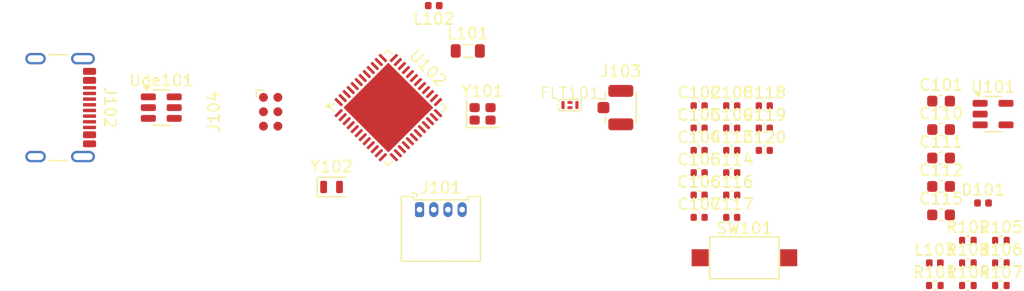
<source format=kicad_pcb>
(kicad_pcb (version 20241229) (generator "pcbnew") (generator_version "9.0")
  (layers (0 "F.Cu" signal) (4 "In1.Cu" signal) (6 "In2.Cu" signal) (2 "B.Cu" signal) (5 "F.SilkS" user "F.Silkscreen") (7 "B.SilkS" user "B.Silkscreen") (1 "F.Mask" user) (3 "B.Mask" user) (25 "Edge.Cuts" user))
  (net 0 "")
  (net 1 "GND")
  (net 2 "+3V3")
  (net 3 "+5V")
  (net 4 "/SWD_NRST")
  (net 5 "/SMPSFB")
  (net 6 "/RF_MATCH")
  (net 7 "/RF")
  (net 8 "/BOOT0")
  (net 9 "/LSE_IN")
  (net 10 "/LSE_OUT")
  (net 11 "/LED_K")
  (net 12 "/LED_A")
  (net 13 "/RF_ANT")
  (net 14 "/UART_RXC")
  (net 15 "/UART_TXC")
  (net 16 "/USBC_D+")
  (net 17 "/USBC_D-")
  (net 19 "/USB_CC1")
  (net 21 "/USB_CC2")
  (net 22 "/SWD_TRC")
  (net 23 "/SWD_DIO")
  (net 24 "/SWD_CLK")
  (net 25 "/SMPSLXL")
  (net 26 "/SMPSLX")
  (net 27 "/UART_TX")
  (net 28 "/UART_RX")
  (net 29 "Net-(R106-Pad2)")
  (net 32 "/HSE_OUT")
  (net 34 "/HSE_IN")
  (net 47 "/USB_D-")
  (net 53 "/USB_D+")
  (footprint "Crystal:Crystal_SMD_2012-2Pin_2.0x1.2mm" (layer "F.Cu") (at 113 99)
    (property "Reference" "Y102" (at 0 -1.8 0) (layer "F.SilkS"))
    (property "Value" "32kHz768")
    (fp_line (start -1.26 -0.86) (end -1.26 0.86) (stroke (width 0.12)) (layer "F.SilkS"))
    (fp_line (start -1.26 0.86) (end 1.26 0.86) (stroke (width 0.12)) (layer "F.SilkS"))
    (fp_line (start 1.26 -0.86) (end -1.26 -0.86) (stroke (width 0.12)) (layer "F.SilkS"))
    (pad "1" smd roundrect (at -0.7 0) (size 0.6 1.1) (layers "F.Cu" "F.Mask" "F.Paste") (net 9 "/LSE_IN"))
    (pad "2" smd roundrect (at 0.7 0) (size 0.6 1.1) (layers "F.Cu" "F.Mask" "F.Paste") (net 10 "/LSE_OUT"))
  )
  (footprint "Capacitor_SMD:C_0402_1005Metric" (layer "F.Cu") (at 145.376 99.716)
    (property "Reference" "C106" (at 0 -1.16 0) (layer "F.SilkS"))
    (property "Value" "100n")
    (fp_line (start -0.107836 -0.36) (end 0.107836 -0.36) (stroke (width 0.12)) (layer "F.SilkS"))
    (fp_line (start -0.107836 0.36) (end 0.107836 0.36) (stroke (width 0.12)) (layer "F.SilkS"))
    (pad "1" smd roundrect (at -0.48 0) (size 0.56 0.62) (layers "F.Cu" "F.Mask" "F.Paste") (net 2 "+3V3"))
    (pad "2" smd roundrect (at 0.48 0) (size 0.56 0.62) (layers "F.Cu" "F.Mask" "F.Paste") (net 1 "GND"))
  )
  (footprint "Connector_USB:USB_C_Receptacle_GCT_USB4105-xx-A_16P_TopMnt_Horizontal" (layer "F.Cu") (at 88 92 -90)
    (property "Reference" "J102" (at 0 -5.5 270) (layer "F.SilkS"))
    (property "Value" "USB_C_Receptacle_USB2.0_16P")
    (fp_line (start -4.67 -0.1) (end -4.67 -1.8) (stroke (width 0.12)) (layer "F.SilkS"))
    (fp_line (start 4.67 -0.1) (end 4.67 -1.8) (stroke (width 0.12)) (layer "F.SilkS"))
    (pad "" np_thru_hole circle (at -2.89 -2.605 270) (size 0.65 0.65) (drill 0.65) (layers "F&B.Cu" "*.Mask"))
    (pad "" np_thru_hole circle (at 2.89 -2.605 270) (size 0.65 0.65) (drill 0.65) (layers "F&B.Cu" "*.Mask"))
    (pad "A1" smd roundrect (at -3.2 -3.68 270) (size 0.6 1.15) (layers "F.Cu" "F.Mask" "F.Paste") (net 1 "GND"))
    (pad "A4" smd roundrect (at -2.4 -3.68 270) (size 0.6 1.15) (layers "F.Cu" "F.Mask" "F.Paste") (net 3 "+5V"))
    (pad "A5" smd roundrect (at -1.25 -3.68 270) (size 0.3 1.15) (layers "F.Cu" "F.Mask" "F.Paste") (net 19 "/USB_CC1"))
    (pad "A6" smd roundrect (at -0.25 -3.68 270) (size 0.3 1.15) (layers "F.Cu" "F.Mask" "F.Paste") (net 16 "/USBC_D+"))
    (pad "A7" smd roundrect (at 0.25 -3.68 270) (size 0.3 1.15) (layers "F.Cu" "F.Mask" "F.Paste") (net 17 "/USBC_D-"))
    (pad "A8" smd roundrect (at 1.25 -3.68 270) (size 0.3 1.15) (layers "F.Cu" "F.Mask" "F.Paste"))
    (pad "A9" smd roundrect (at 2.4 -3.68 270) (size 0.6 1.15) (layers "F.Cu" "F.Mask" "F.Paste") (net 3 "+5V"))
    (pad "A12" smd roundrect (at 3.2 -3.68 270) (size 0.6 1.15) (layers "F.Cu" "F.Mask" "F.Paste") (net 1 "GND"))
    (pad "B1" smd roundrect (at 3.2 -3.68 270) (size 0.6 1.15) (layers "F.Cu" "F.Mask" "F.Paste") (net 1 "GND"))
    (pad "B4" smd roundrect (at 2.4 -3.68 270) (size 0.6 1.15) (layers "F.Cu" "F.Mask" "F.Paste") (net 3 "+5V"))
    (pad "B5" smd roundrect (at 1.75 -3.68 270) (size 0.3 1.15) (layers "F.Cu" "F.Mask" "F.Paste") (net 21 "/USB_CC2"))
    (pad "B6" smd roundrect (at 0.75 -3.68 270) (size 0.3 1.15) (layers "F.Cu" "F.Mask" "F.Paste") (net 16 "/USBC_D+"))
    (pad "B7" smd roundrect (at -0.75 -3.68 270) (size 0.3 1.15) (layers "F.Cu" "F.Mask" "F.Paste") (net 17 "/USBC_D-"))
    (pad "B8" smd roundrect (at -1.75 -3.68 270) (size 0.3 1.15) (layers "F.Cu" "F.Mask" "F.Paste"))
    (pad "B9" smd roundrect (at -2.4 -3.68 270) (size 0.6 1.15) (layers "F.Cu" "F.Mask" "F.Paste") (net 3 "+5V"))
    (pad "B12" smd roundrect (at -3.2 -3.68 270) (size 0.6 1.15) (layers "F.Cu" "F.Mask" "F.Paste") (net 1 "GND"))
    (pad "S1" thru_hole oval (at -4.32 -3.105 270) (size 1 2.1) (drill oval 0.6 1.7) (property pad_prop_heatsink) (layers "*.Cu" "*.Mask" "F.Paste") (net 1 "GND"))
    (pad "S1" thru_hole oval (at -4.32 1.075 270) (size 1 1.8) (drill oval 0.6 1.4) (property pad_prop_heatsink) (layers "*.Cu" "*.Mask" "F.Paste") (net 1 "GND"))
    (pad "S1" thru_hole oval (at 4.32 -3.105 270) (size 1 2.1) (drill oval 0.6 1.7) (property pad_prop_heatsink) (layers "*.Cu" "*.Mask" "F.Paste") (net 1 "GND"))
    (pad "S1" thru_hole oval (at 4.32 1.075 270) (size 1 1.8) (drill oval 0.6 1.4) (property pad_prop_heatsink) (layers "*.Cu" "*.Mask" "F.Paste") (net 1 "GND"))
  )
  (footprint "Inductor_SMD:L_0402_1005Metric" (layer "F.Cu") (at 166.136 105.706)
    (property "Reference" "L103" (at 0 -1.17 0) (layer "F.SilkS"))
    (property "Value" "2n7")
    (pad "1" smd roundrect (at -0.485 0) (size 0.59 0.64) (layers "F.Cu" "F.Mask" "F.Paste") (net 6 "/RF_MATCH"))
    (pad "2" smd roundrect (at 0.485 0) (size 0.59 0.64) (layers "F.Cu" "F.Mask" "F.Paste") (net 7 "/RF"))
  )
  (footprint "Button_Switch_SMD:SW_SPST_CK_RS282G05A3" (layer "F.Cu") (at 149.366 105.246)
    (property "Reference" "SW101" (at 0 -2.6 0) (layer "F.SilkS"))
    (property "Value" "SW_Push")
    (fp_line (start -3.06 -1.85) (end 3.06 -1.85) (stroke (width 0.12)) (layer "F.SilkS"))
    (fp_line (start -3.06 1.85) (end -3.06 -1.85) (stroke (width 0.12)) (layer "F.SilkS"))
    (fp_line (start 3.06 -1.85) (end 3.06 1.85) (stroke (width 0.12)) (layer "F.SilkS"))
    (fp_line (start 3.06 1.85) (end -3.06 1.85) (stroke (width 0.12)) (layer "F.SilkS"))
    (pad "1" smd rect (at -3.9 0) (size 1.5 1.5) (layers "F.Cu" "F.Mask" "F.Paste") (net 29 "Net-(R106-Pad2)"))
    (pad "2" smd rect (at 3.9 0) (size 1.5 1.5) (layers "F.Cu" "F.Mask" "F.Paste") (net 2 "+3V3"))
  )
  (footprint "Capacitor_SMD:C_0402_1005Metric" (layer "F.Cu") (at 145.376 101.686)
    (property "Reference" "C107" (at 0 -1.16 0) (layer "F.SilkS"))
    (property "Value" "100n")
    (fp_line (start -0.107836 -0.36) (end 0.107836 -0.36) (stroke (width 0.12)) (layer "F.SilkS"))
    (fp_line (start -0.107836 0.36) (end 0.107836 0.36) (stroke (width 0.12)) (layer "F.SilkS"))
    (pad "1" smd roundrect (at -0.48 0) (size 0.56 0.62) (layers "F.Cu" "F.Mask" "F.Paste") (net 2 "+3V3"))
    (pad "2" smd roundrect (at 0.48 0) (size 0.56 0.62) (layers "F.Cu" "F.Mask" "F.Paste") (net 1 "GND"))
  )
  (footprint "Resistor_SMD:R_0402_1005Metric" (layer "F.Cu") (at 169.046 103.716)
    (property "Reference" "R102" (at 0 -1.17 0) (layer "F.SilkS"))
    (property "Value" "220")
    (fp_line (start -0.153641 -0.38) (end 0.153641 -0.38) (stroke (width 0.12)) (layer "F.SilkS"))
    (fp_line (start -0.153641 0.38) (end 0.153641 0.38) (stroke (width 0.12)) (layer "F.SilkS"))
    (pad "1" smd roundrect (at -0.51 0) (size 0.54 0.64) (layers "F.Cu" "F.Mask" "F.Paste") (net 14 "/UART_RXC"))
    (pad "2" smd roundrect (at 0.51 0) (size 0.54 0.64) (layers "F.Cu" "F.Mask" "F.Paste") (net 28 "/UART_RX"))
  )
  (footprint "Inductor_SMD:L_0402_1005Metric" (layer "F.Cu") (at 122 83 180)
    (property "Reference" "L102" (at 0 -1.17 0) (layer "F.SilkS"))
    (property "Value" "10n")
    (pad "1" smd roundrect (at -0.485 0 180) (size 0.59 0.64) (layers "F.Cu" "F.Mask" "F.Paste") (net 25 "/SMPSLXL"))
    (pad "2" smd roundrect (at 0.485 0 180) (size 0.59 0.64) (layers "F.Cu" "F.Mask" "F.Paste") (net 26 "/SMPSLX"))
  )
  (footprint "Capacitor_SMD:C_0402_1005Metric" (layer "F.Cu") (at 148.246 93.806)
    (property "Reference" "C109" (at 0 -1.16 0) (layer "F.SilkS"))
    (property "Value" "100n")
    (fp_line (start -0.107836 -0.36) (end 0.107836 -0.36) (stroke (width 0.12)) (layer "F.SilkS"))
    (fp_line (start -0.107836 0.36) (end 0.107836 0.36) (stroke (width 0.12)) (layer "F.SilkS"))
    (pad "1" smd roundrect (at -0.48 0) (size 0.56 0.62) (layers "F.Cu" "F.Mask" "F.Paste") (net 2 "+3V3"))
    (pad "2" smd roundrect (at 0.48 0) (size 0.56 0.62) (layers "F.Cu" "F.Mask" "F.Paste") (net 1 "GND"))
  )
  (footprint "STM32_Board_Bluetooth_Footprint.bak:DLT162500LT-5028A1" (layer "F.Cu") (at 134 91.7725)
    (property "Reference" "FLT101" (at 0 -1.05 0) (layer "F.SilkS") (effects (font (thickness 0.1))))
    (property "Value" "DLF162500LT-5028A1")
    (fp_line (start -1 -0.5) (end 1 -0.5) (stroke (width 0.1)) (layer "F.SilkS"))
    (fp_line (start -1 -0.275) (end -1 -0.5) (stroke (width 0.1)) (layer "F.SilkS"))
    (fp_line (start -1 0.5) (end -1 0.275) (stroke (width 0.1)) (layer "F.SilkS"))
    (fp_line (start 1 -0.5) (end 1 0.5) (stroke (width 0.1)) (layer "F.SilkS"))
    (fp_line (start 1 0.5) (end -1 0.5) (stroke (width 0.1)) (layer "F.SilkS"))
    (fp_circle (center -1.1 0) (end -1.05 0) (stroke (width 0.1)) (fill no) (layer "F.SilkS"))
    (pad "1" smd roundrect (at -0.6125 0) (size 0.275 0.7) (layers "F.Cu" "F.Mask" "F.Paste") (net 6 "/RF_MATCH"))
    (pad "2" smd roundrect (at 0 0.2275 90) (size 0.245 0.45) (layers "F.Cu" "F.Mask" "F.Paste") (net 1 "GND"))
    (pad "3" smd roundrect (at 0.6125 0) (size 0.275 0.7) (layers "F.Cu" "F.Mask" "F.Paste") (net 13 "/RF_ANT"))
    (pad "4" smd roundrect (at 0 -0.2275 180) (size 0.45 0.245) (layers "F.Cu" "F.Mask" "F.Paste") (net 1 "GND"))
  )
  (footprint "Capacitor_SMD:C_0402_1005Metric" (layer "F.Cu") (at 145.376 93.806)
    (property "Reference" "C103" (at 0 -1.16 0) (layer "F.SilkS"))
    (property "Value" "100n")
    (fp_line (start -0.107836 -0.36) (end 0.107836 -0.36) (stroke (width 0.12)) (layer "F.SilkS"))
    (fp_line (start -0.107836 0.36) (end 0.107836 0.36) (stroke (width 0.12)) (layer "F.SilkS"))
    (pad "1" smd roundrect (at -0.48 0) (size 0.56 0.62) (layers "F.Cu" "F.Mask" "F.Paste") (net 2 "+3V3"))
    (pad "2" smd roundrect (at 0.48 0) (size 0.56 0.62) (layers "F.Cu" "F.Mask" "F.Paste") (net 1 "GND"))
  )
  (footprint "Connector:Tag-Connect_TC2030-IDC-FP_2x03_P1.27mm_Vertical" (layer "F.Cu") (at 107.635 92.365 -90)
    (property "Reference" "J104" (at 0 5 90) (layer "F.SilkS"))
    (property "Value" "TC2030")
    (fp_line (start -1.905 1.27) (end -1.905 0.635) (stroke (width 0.12)) (layer "F.SilkS"))
    (fp_line (start -1.27 1.27) (end -1.905 1.27) (stroke (width 0.12)) (layer "F.SilkS"))
    (pad "" np_thru_hole circle (at -2.54 -2.54 270) (size 2.3749 2.3749) (drill 2.3749) (layers "*.Cu" "*.Mask"))
    (pad "" np_thru_hole circle (at -2.54 0 270) (size 0.9906 0.9906) (drill 0.9906) (layers "*.Cu" "*.Mask"))
    (pad "" np_thru_hole circle (at -2.54 2.54 270) (size 2.3749 2.3749) (drill 2.3749) (layers "*.Cu" "*.Mask"))
    (pad "" np_thru_hole circle (at 0.635 -2.54 270) (size 2.3749 2.3749) (drill 2.3749) (layers "*.Cu" "*.Mask"))
    (pad "" np_thru_hole circle (at 0.635 2.54 270) (size 2.3749 2.3749) (drill 2.3749) (layers "*.Cu" "*.Mask"))
    (pad "" np_thru_hole circle (at 2.54 -1.016 270) (size 0.9906 0.9906) (drill 0.9906) (layers "*.Cu" "*.Mask"))
    (pad "" np_thru_hole circle (at 2.54 1.016 270) (size 0.9906 0.9906) (drill 0.9906) (layers "*.Cu" "*.Mask"))
    (pad "1" connect circle (at -1.27 0.635 270) (size 0.7874 0.7874) (layers "F.Cu" "F.Mask") (net 2 "+3V3"))
    (pad "2" connect circle (at -1.27 -0.635 270) (size 0.7874 0.7874) (layers "F.Cu" "F.Mask") (net 23 "/SWD_DIO"))
    (pad "3" connect circle (at 0 0.635 270) (size 0.7874 0.7874) (layers "F.Cu" "F.Mask") (net 4 "/SWD_NRST"))
    (pad "4" connect circle (at 0 -0.635 270) (size 0.7874 0.7874) (layers "F.Cu" "F.Mask") (net 24 "/SWD_CLK"))
    (pad "5" connect circle (at 1.27 0.635 270) (size 0.7874 0.7874) (layers "F.Cu" "F.Mask") (net 1 "GND"))
    (pad "6" connect circle (at 1.27 -0.635 270) (size 0.7874 0.7874) (layers "F.Cu" "F.Mask") (net 22 "/SWD_TRC"))
  )
  (footprint "Inductor_SMD:L_0805_2012Metric" (layer "F.Cu") (at 125 87)
    (property "Reference" "L101" (at 0 -1.55 0) (layer "F.SilkS"))
    (property "Value" "10u")
    (fp_line (start -0.399622 -0.56) (end 0.399622 -0.56) (stroke (width 0.12)) (layer "F.SilkS"))
    (fp_line (start -0.399622 0.56) (end 0.399622 0.56) (stroke (width 0.12)) (layer "F.SilkS"))
    (pad "1" smd roundrect (at -1.0625 0) (size 0.875 1.2) (layers "F.Cu" "F.Mask" "F.Paste") (net 5 "/SMPSFB"))
    (pad "2" smd roundrect (at 1.0625 0) (size 0.875 1.2) (layers "F.Cu" "F.Mask" "F.Paste") (net 25 "/SMPSLXL"))
  )
  (footprint "Capacitor_SMD:C_0402_1005Metric" (layer "F.Cu") (at 148.246 91.836)
    (property "Reference" "C108" (at 0 -1.16 0) (layer "F.SilkS"))
    (property "Value" "100n")
    (fp_line (start -0.107836 -0.36) (end 0.107836 -0.36) (stroke (width 0.12)) (layer "F.SilkS"))
    (fp_line (start -0.107836 0.36) (end 0.107836 0.36) (stroke (width 0.12)) (layer "F.SilkS"))
    (pad "1" smd roundrect (at -0.48 0) (size 0.56 0.62) (layers "F.Cu" "F.Mask" "F.Paste") (net 2 "+3V3"))
    (pad "2" smd roundrect (at 0.48 0) (size 0.56 0.62) (layers "F.Cu" "F.Mask" "F.Paste") (net 1 "GND"))
  )
  (footprint "Package_DFN_QFN:QFN-48-1EP_7x7mm_P0.5mm_EP5.6x5.6mm" (layer "F.Cu") (at 118 92 45)
    (property "Reference" "U102" (at 4.9375 0 135) (layer "F.SilkS"))
    (property "Value" "STM32WB55CEU6")
    (fp_line (start -3.135 -3.61) (end -3.31 -3.61) (stroke (width 0.12)) (layer "F.SilkS"))
    (fp_line (start -3.61 -3.135) (end -3.61 -3.37) (stroke (width 0.12)) (layer "F.SilkS"))
    (fp_line (start 3.135 -3.61) (end 3.61 -3.61) (stroke (width 0.12)) (layer "F.SilkS"))
    (fp_line (start 3.61 -3.61) (end 3.61 -3.135) (stroke (width 0.12)) (layer "F.SilkS"))
    (fp_line (start -3.61 3.61) (end -3.61 3.135) (stroke (width 0.12)) (layer "F.SilkS"))
    (fp_line (start -3.135 3.61) (end -3.61 3.61) (stroke (width 0.12)) (layer "F.SilkS"))
    (fp_line (start 3.135 3.61) (end 3.61 3.61) (stroke (width 0.12)) (layer "F.SilkS"))
    (fp_line (start 3.61 3.61) (end 3.61 3.135) (stroke (width 0.12)) (layer "F.SilkS"))
    (fp_poly (pts (xy -3.61 -3.61) (xy -3.85 -3.94) (xy -3.37 -3.94)) (stroke (width 0.12)) (fill yes) (layer "F.SilkS"))
    (pad "1" smd roundrect (at -3.4375 -2.75 45) (size 0.875 0.25) (layers "F.Cu" "F.Mask" "F.Paste") (net 2 "+3V3"))
    (pad "2" smd roundrect (at -3.4375 -2.25 45) (size 0.875 0.25) (layers "F.Cu" "F.Mask" "F.Paste") (net 9 "/LSE_IN"))
    (pad "3" smd roundrect (at -3.4375 -1.749999 45) (size 0.875 0.25) (layers "F.Cu" "F.Mask" "F.Paste") (net 10 "/LSE_OUT"))
    (pad "4" smd roundrect (at -3.4375 -1.25 45) (size 0.875 0.25) (layers "F.Cu" "F.Mask" "F.Paste") (net 8 "/BOOT0"))
    (pad "5" smd roundrect (at -3.4375 -0.750001 45) (size 0.875 0.25) (layers "F.Cu" "F.Mask" "F.Paste"))
    (pad "6" smd roundrect (at -3.4375 -0.25 45) (size 0.875 0.25) (layers "F.Cu" "F.Mask" "F.Paste"))
    (pad "7" smd roundrect (at -3.4375 0.25 45) (size 0.875 0.25) (layers "F.Cu" "F.Mask" "F.Paste") (net 4 "/SWD_NRST"))
    (pad "8" smd roundrect (at -3.4375 0.750001 45) (size 0.875 0.25) (layers "F.Cu" "F.Mask" "F.Paste") (net 2 "+3V3"))
    (pad "9" smd roundrect (at -3.4375 1.25 45) (size 0.875 0.25) (layers "F.Cu" "F.Mask" "F.Paste"))
    (pad "10" smd roundrect (at -3.4375 1.749999 45) (size 0.875 0.25) (layers "F.Cu" "F.Mask" "F.Paste"))
    (pad "11" smd roundrect (at -3.4375 2.25 45) (size 0.875 0.25) (layers "F.Cu" "F.Mask" "F.Paste") (net 27 "/UART_TX"))
    (pad "12" smd roundrect (at -3.4375 2.75 45) (size 0.875 0.25) (layers "F.Cu" "F.Mask" "F.Paste") (net 28 "/UART_RX"))
    (pad "13" smd roundrect (at -2.75 3.4375 45) (size 0.25 0.875) (layers "F.Cu" "F.Mask" "F.Paste"))
    (pad "14" smd roundrect (at -2.25 3.4375 45) (size 0.25 0.875) (layers "F.Cu" "F.Mask" "F.Paste"))
    (pad "15" smd roundrect (at -1.749999 3.4375 45) (size 0.25 0.875) (layers "F.Cu" "F.Mask" "F.Paste"))
    (pad "16" smd roundrect (at -1.25 3.4375 45) (size 0.25 0.875) (layers "F.Cu" "F.Mask" "F.Paste") (net 12 "/LED_A"))
    (pad "17" smd roundrect (at -0.750001 3.4375 45) (size 0.25 0.875) (layers "F.Cu" "F.Mask" "F.Paste"))
    (pad "18" smd roundrect (at -0.25 3.4375 45) (size 0.25 0.875) (layers "F.Cu" "F.Mask" "F.Paste"))
    (pad "19" smd roundrect (at 0.25 3.4375 45) (size 0.25 0.875) (layers "F.Cu" "F.Mask" "F.Paste"))
    (pad "20" smd roundrect (at 0.750001 3.4375 45) (size 0.25 0.875) (layers "F.Cu" "F.Mask" "F.Paste") (net 2 "+3V3"))
    (pad "21" smd roundrect (at 1.25 3.4375 45) (size 0.25 0.875) (layers "F.Cu" "F.Mask" "F.Paste") (net 7 "/RF"))
    (pad "22" smd roundrect (at 1.749999 3.4375 45) (size 0.25 0.875) (layers "F.Cu" "F.Mask" "F.Paste") (net 1 "GND"))
    (pad "23" smd roundrect (at 2.25 3.4375 45) (size 0.25 0.875) (layers "F.Cu" "F.Mask" "F.Paste") (net 2 "+3V3"))
    (pad "24" smd roundrect (at 2.75 3.4375 45) (size 0.25 0.875) (layers "F.Cu" "F.Mask" "F.Paste") (net 32 "/HSE_OUT"))
    (pad "25" smd roundrect (at 3.4375 2.75 45) (size 0.875 0.25) (layers "F.Cu" "F.Mask" "F.Paste") (net 34 "/HSE_IN"))
    (pad "26" smd roundrect (at 3.4375 2.25 45) (size 0.875 0.25) (layers "F.Cu" "F.Mask" "F.Paste"))
    (pad "27" smd roundrect (at 3.4375 1.749999 45) (size 0.875 0.25) (layers "F.Cu" "F.Mask" "F.Paste"))
    (pad "28" smd roundrect (at 3.4375 1.25 45) (size 0.875 0.25) (layers "F.Cu" "F.Mask" "F.Paste"))
    (pad "29" smd roundrect (at 3.4375 0.750001 45) (size 0.875 0.25) (layers "F.Cu" "F.Mask" "F.Paste"))
    (pad "30" smd roundrect (at 3.4375 0.25 45) (size 0.875 0.25) (layers "F.Cu" "F.Mask" "F.Paste"))
    (pad "31" smd roundrect (at 3.4375 -0.25 45) (size 0.875 0.25) (layers "F.Cu" "F.Mask" "F.Paste") (net 5 "/SMPSFB"))
    (pad "32" smd roundrect (at 3.4375 -0.750001 45) (size 0.875 0.25) (layers "F.Cu" "F.Mask" "F.Paste") (net 1 "GND"))
    (pad "33" smd roundrect (at 3.4375 -1.25 45) (size 0.875 0.25) (layers "F.Cu" "F.Mask" "F.Paste") (net 26 "/SMPSLX"))
    (pad "34" smd roundrect (at 3.4375 -1.749999 45) (size 0.875 0.25) (layers "F.Cu" "F.Mask" "F.Paste") (net 2 "+3V3"))
    (pad "35" smd roundrect (at 3.4375 -2.25 45) (size 0.875 0.25) (layers "F.Cu" "F.Mask" "F.Paste") (net 2 "+3V3"))
    (pad "36" smd roundrect (at 3.4375 -2.75 45) (size 0.875 0.25) (layers "F.Cu" "F.Mask" "F.Paste"))
    (pad "37" smd roundrect (at 2.75 -3.4375 45) (size 0.25 0.875) (layers "F.Cu" "F.Mask" "F.Paste") (net 47 "/USB_D-"))
    (pad "38" smd roundrect (at 2.25 -3.4375 45) (size 0.25 0.875) (layers "F.Cu" "F.Mask" "F.Paste") (net 53 "/USB_D+"))
    (pad "39" smd roundrect (at 1.749999 -3.4375 45) (size 0.25 0.875) (layers "F.Cu" "F.Mask" "F.Paste") (net 23 "/SWD_DIO"))
    (pad "40" smd roundrect (at 1.25 -3.4375 45) (size 0.25 0.875) (layers "F.Cu" "F.Mask" "F.Paste") (net 2 "+3V3"))
    (pad "41" smd roundrect (at 0.750001 -3.4375 45) (size 0.25 0.875) (layers "F.Cu" "F.Mask" "F.Paste") (net 24 "/SWD_CLK"))
    (pad "42" smd roundrect (at 0.25 -3.4375 45) (size 0.25 0.875) (layers "F.Cu" "F.Mask" "F.Paste"))
    (pad "43" smd roundrect (at -0.25 -3.4375 45) (size 0.25 0.875) (layers "F.Cu" "F.Mask" "F.Paste") (net 22 "/SWD_TRC"))
    (pad "44" smd roundrect (at -0.750001 -3.4375 45) (size 0.25 0.875) (layers "F.Cu" "F.Mask" "F.Paste"))
    (pad "45" smd roundrect (at -1.25 -3.4375 45) (size 0.25 0.875) (layers "F.Cu" "F.Mask" "F.Paste"))
    (pad "46" smd roundrect (at -1.749999 -3.4375 45) (size 0.25 0.875) (layers "F.Cu" "F.Mask" "F.Paste"))
    (pad "47" smd roundrect (at -2.25 -3.4375 45) (size 0.25 0.875) (layers "F.Cu" "F.Mask" "F.Paste"))
    (pad "48" smd roundrect (at -2.75 -3.4375 45) (size 0.25 0.875) (layers "F.Cu" "F.Mask" "F.Paste") (net 2 "+3V3"))
    (pad "49" smd rect (at 0 0 45) (size 5.6 5.6) (property pad_prop_heatsink) (layers "F.Cu" "F.Mask") (net 1 "GND"))
  )
  (footprint "LED_SMD:LED_0402_1005Metric" (layer "F.Cu") (at 170.381 100.416)
    (property "Reference" "D101" (at 0 -1.17 0) (layer "F.SilkS"))
    (property "Value" "LED")
    (fp_circle (center -1.09 0) (end -1.04 0) (stroke (width 0.1)) (fill no) (layer "F.SilkS"))
    (pad "1" smd roundrect (at -0.485 0) (size 0.59 0.64) (layers "F.Cu" "F.Mask" "F.Paste") (net 11 "/LED_K"))
    (pad "2" smd roundrect (at 0.485 0) (size 0.59 0.64) (layers "F.Cu" "F.Mask" "F.Paste") (net 12 "/LED_A"))
  )
  (footprint "Capacitor_SMD:C_0402_1005Metric" (layer "F.Cu") (at 145.376 95.776)
    (property "Reference" "C104" (at 0 -1.16 0) (layer "F.SilkS"))
    (property "Value" "100n")
    (fp_line (start -0.107836 -0.36) (end 0.107836 -0.36) (stroke (width 0.12)) (layer "F.SilkS"))
    (fp_line (start -0.107836 0.36) (end 0.107836 0.36) (stroke (width 0.12)) (layer "F.SilkS"))
    (pad "1" smd roundrect (at -0.48 0) (size 0.56 0.62) (layers "F.Cu" "F.Mask" "F.Paste") (net 2 "+3V3"))
    (pad "2" smd roundrect (at 0.48 0) (size 0.56 0.62) (layers "F.Cu" "F.Mask" "F.Paste") (net 1 "GND"))
  )
  (footprint "Resistor_SMD:R_0402_1005Metric" (layer "F.Cu") (at 166.136 107.696)
    (property "Reference" "R101" (at 0 -1.17 0) (layer "F.SilkS"))
    (property "Value" "220")
    (fp_line (start -0.153641 -0.38) (end 0.153641 -0.38) (stroke (width 0.12)) (layer "F.SilkS"))
    (fp_line (start -0.153641 0.38) (end 0.153641 0.38) (stroke (width 0.12)) (layer "F.SilkS"))
    (pad "1" smd roundrect (at -0.51 0) (size 0.54 0.64) (layers "F.Cu" "F.Mask" "F.Paste") (net 27 "/UART_TX"))
    (pad "2" smd roundrect (at 0.51 0) (size 0.54 0.64) (layers "F.Cu" "F.Mask" "F.Paste") (net 15 "/UART_TXC"))
  )
  (footprint "Connector_Coaxial:U.FL_Hirose_U.FL-R-SMT-1_Vertical" (layer "F.Cu") (at 138 92)
    (property "Reference" "J103" (at 0.475 -3.2 0) (layer "F.SilkS"))
    (property "Value" "Conn_Coaxial")
    (fp_line (start -0.885 -1.4) (end -0.885 -0.76) (stroke (width 0.12)) (layer "F.SilkS"))
    (fp_line (start -0.885 -0.76) (end -1.515 -0.76) (stroke (width 0.12)) (layer "F.SilkS"))
    (fp_line (start -0.885 1.4) (end -0.885 0.76) (stroke (width 0.12)) (layer "F.SilkS"))
    (fp_line (start 1.835 -1.35) (end 1.835 1.35) (stroke (width 0.12)) (layer "F.SilkS"))
    (pad "1" smd roundrect (at -1.05 0) (size 1.05 1) (layers "F.Cu" "F.Mask" "F.Paste") (net 13 "/RF_ANT"))
    (pad "2" smd roundrect (at 0.475 -1.475) (size 2.2 1.05) (layers "F.Cu" "F.Mask" "F.Paste") (roundrect_rratio 0.2380952381) (net 1 "GND"))
    (pad "2" smd roundrect (at 0.475 1.475) (size 2.2 1.05) (layers "F.Cu" "F.Mask" "F.Paste") (roundrect_rratio 0.2380952381) (net 1 "GND"))
  )
  (footprint "Capacitor_SMD:C_0402_1005Metric" (layer "F.Cu") (at 145.376 91.836)
    (property "Reference" "C102" (at 0 -1.16 0) (layer "F.SilkS"))
    (property "Value" "100n")
    (fp_line (start -0.107836 -0.36) (end 0.107836 -0.36) (stroke (width 0.12)) (layer "F.SilkS"))
    (fp_line (start -0.107836 0.36) (end 0.107836 0.36) (stroke (width 0.12)) (layer "F.SilkS"))
    (pad "1" smd roundrect (at -0.48 0) (size 0.56 0.62) (layers "F.Cu" "F.Mask" "F.Paste") (net 2 "+3V3"))
    (pad "2" smd roundrect (at 0.48 0) (size 0.56 0.62) (layers "F.Cu" "F.Mask" "F.Paste") (net 1 "GND"))
  )
  (footprint "Capacitor_SMD:C_0402_1005Metric" (layer "F.Cu") (at 151.116 95.776)
    (property "Reference" "C120" (at 0 -1.16 0) (layer "F.SilkS"))
    (property "Value" "10p")
    (fp_line (start -0.107836 -0.36) (end 0.107836 -0.36) (stroke (width 0.12)) (layer "F.SilkS"))
    (fp_line (start -0.107836 0.36) (end 0.107836 0.36) (stroke (width 0.12)) (layer "F.SilkS"))
    (pad "1" smd roundrect (at -0.48 0) (size 0.56 0.62) (layers "F.Cu" "F.Mask" "F.Paste") (net 10 "/LSE_OUT"))
    (pad "2" smd roundrect (at 0.48 0) (size 0.56 0.62) (layers "F.Cu" "F.Mask" "F.Paste") (net 1 "GND"))
  )
  (footprint "Capacitor_SMD:C_0603_1608Metric" (layer "F.Cu") (at 166.686 91.426)
    (property "Reference" "C101" (at 0 -1.43 0) (layer "F.SilkS"))
    (property "Value" "4u7")
    (fp_line (start -0.14058 -0.51) (end 0.14058 -0.51) (stroke (width 0.12)) (layer "F.SilkS"))
    (fp_line (start -0.14058 0.51) (end 0.14058 0.51) (stroke (width 0.12)) (layer "F.SilkS"))
    (pad "1" smd roundrect (at -0.775 0) (size 0.9 0.95) (layers "F.Cu" "F.Mask" "F.Paste") (net 2 "+3V3"))
    (pad "2" smd roundrect (at 0.775 0) (size 0.9 0.95) (layers "F.Cu" "F.Mask" "F.Paste") (net 1 "GND"))
  )
  (footprint "Capacitor_SMD:C_0402_1005Metric" (layer "F.Cu") (at 148.246 95.776)
    (property "Reference" "C113" (at 0 -1.16 0) (layer "F.SilkS"))
    (property "Value" "100n")
    (fp_line (start -0.107836 -0.36) (end 0.107836 -0.36) (stroke (width 0.12)) (layer "F.SilkS"))
    (fp_line (start -0.107836 0.36) (end 0.107836 0.36) (stroke (width 0.12)) (layer "F.SilkS"))
    (pad "1" smd roundrect (at -0.48 0) (size 0.56 0.62) (layers "F.Cu" "F.Mask" "F.Paste") (net 4 "/SWD_NRST"))
    (pad "2" smd roundrect (at 0.48 0) (size 0.56 0.62) (layers "F.Cu" "F.Mask" "F.Paste") (net 1 "GND"))
  )
  (footprint "Capacitor_SMD:C_0603_1608Metric" (layer "F.Cu") (at 166.686 101.466)
    (property "Reference" "C115" (at 0 -1.43 0) (layer "F.SilkS"))
    (property "Value" "4u7")
    (fp_line (start -0.14058 -0.51) (end 0.14058 -0.51) (stroke (width 0.12)) (layer "F.SilkS"))
    (fp_line (start -0.14058 0.51) (end 0.14058 0.51) (stroke (width 0.12)) (layer "F.SilkS"))
    (pad "1" smd roundrect (at -0.775 0) (size 0.9 0.95) (layers "F.Cu" "F.Mask" "F.Paste") (net 5 "/SMPSFB"))
    (pad "2" smd roundrect (at 0.775 0) (size 0.9 0.95) (layers "F.Cu" "F.Mask" "F.Paste") (net 1 "GND"))
  )
  (footprint "Capacitor_SMD:C_0402_1005Metric" (layer "F.Cu") (at 148.246 97.746)
    (property "Reference" "C114" (at 0 -1.16 0) (layer "F.SilkS"))
    (property "Value" "100n")
    (fp_line (start -0.107836 -0.36) (end 0.107836 -0.36) (stroke (width 0.12)) (layer "F.SilkS"))
    (fp_line (start -0.107836 0.36) (end 0.107836 0.36) (stroke (width 0.12)) (layer "F.SilkS"))
    (pad "1" smd roundrect (at -0.48 0) (size 0.56 0.62) (layers "F.Cu" "F.Mask" "F.Paste") (net 2 "+3V3"))
    (pad "2" smd roundrect (at 0.48 0) (size 0.56 0.62) (layers "F.Cu" "F.Mask" "F.Paste") (net 1 "GND"))
  )
  (footprint "Capacitor_SMD:C_0402_1005Metric" (layer "F.Cu") (at 151.116 93.806)
    (property "Reference" "C119" (at 0 -1.16 0) (layer "F.SilkS"))
    (property "Value" "10p")
    (fp_line (start -0.107836 -0.36) (end 0.107836 -0.36) (stroke (width 0.12)) (layer "F.SilkS"))
    (fp_line (start -0.107836 0.36) (end 0.107836 0.36) (stroke (width 0.12)) (layer "F.SilkS"))
    (pad "1" smd roundrect (at -0.48 0) (size 0.56 0.62) (layers "F.Cu" "F.Mask" "F.Paste") (net 9 "/LSE_IN"))
    (pad "2" smd roundrect (at 0.48 0) (size 0.56 0.62) (layers "F.Cu" "F.Mask" "F.Paste") (net 1 "GND"))
  )
  (footprint "Capacitor_SMD:C_0402_1005Metric" (layer "F.Cu") (at 148.246 99.716)
    (property "Reference" "C116" (at 0 -1.16 0) (layer "F.SilkS"))
    (property "Value" "0p8")
    (fp_line (start -0.107836 -0.36) (end 0.107836 -0.36) (stroke (width 0.12)) (layer "F.SilkS"))
    (fp_line (start -0.107836 0.36) (end 0.107836 0.36) (stroke (width 0.12)) (layer "F.SilkS"))
    (pad "1" smd roundrect (at -0.48 0) (size 0.56 0.62) (layers "F.Cu" "F.Mask" "F.Paste") (net 6 "/RF_MATCH"))
    (pad "2" smd roundrect (at 0.48 0) (size 0.56 0.62) (layers "F.Cu" "F.Mask" "F.Paste") (net 1 "GND"))
  )
  (footprint "Crystal:Crystal_SMD_2016-4Pin_2.0x1.6mm" (layer "F.Cu") (at 126.3 92.55)
    (property "Reference" "Y101" (at 0 -2 0) (layer "F.SilkS"))
    (property "Value" "32MHz")
    (fp_line (start -1.41 -1.21) (end -1.41 1.21) (stroke (width 0.12)) (layer "F.SilkS"))
    (fp_line (start -1.41 1.21) (end 1.41 1.21) (stroke (width 0.12)) (layer "F.SilkS"))
    (pad "1" smd roundrect (at -0.7 0.55) (size 0.9 0.8) (layers "F.Cu" "F.Mask" "F.Paste") (net 34 "/HSE_IN"))
    (pad "2" smd roundrect (at 0.7 0.55) (size 0.9 0.8) (layers "F.Cu" "F.Mask" "F.Paste") (net 1 "GND"))
    (pad "3" smd roundrect (at 0.7 -0.55) (size 0.9 0.8) (layers "F.Cu" "F.Mask" "F.Paste") (net 32 "/HSE_OUT"))
    (pad "4" smd roundrect (at -0.7 -0.55) (size 0.9 0.8) (layers "F.Cu" "F.Mask" "F.Paste") (net 1 "GND"))
  )
  (footprint "Resistor_SMD:R_0402_1005Metric" (layer "F.Cu") (at 169.046 105.706)
    (property "Reference" "R103" (at 0 -1.17 0) (layer "F.SilkS"))
    (property "Value" "220")
    (fp_line (start -0.153641 -0.38) (end 0.153641 -0.38) (stroke (width 0.12)) (layer "F.SilkS"))
    (fp_line (start -0.153641 0.38) (end 0.153641 0.38) (stroke (width 0.12)) (layer "F.SilkS"))
    (pad "1" smd roundrect (at -0.51 0) (size 0.54 0.64) (layers "F.Cu" "F.Mask" "F.Paste") (net 1 "GND"))
    (pad "2" smd roundrect (at 0.51 0) (size 0.54 0.64) (layers "F.Cu" "F.Mask" "F.Paste") (net 11 "/LED_K"))
  )
  (footprint "Resistor_SMD:R_0402_1005Metric" (layer "F.Cu") (at 171.956 103.716)
    (property "Reference" "R105" (at 0 -1.17 0) (layer "F.SilkS"))
    (property "Value" "5k1")
    (fp_line (start -0.153641 -0.38) (end 0.153641 -0.38) (stroke (width 0.12)) (layer "F.SilkS"))
    (fp_line (start -0.153641 0.38) (end 0.153641 0.38) (stroke (width 0.12)) (layer "F.SilkS"))
    (pad "1" smd roundrect (at -0.51 0) (size 0.54 0.64) (layers "F.Cu" "F.Mask" "F.Paste") (net 21 "/USB_CC2"))
    (pad "2" smd roundrect (at 0.51 0) (size 0.54 0.64) (layers "F.Cu" "F.Mask" "F.Paste") (net 1 "GND"))
  )
  (footprint "Package_TO_SOT_SMD:SOT-23-5" (layer "F.Cu") (at 171.266 92.571)
    (property "Reference" "U101" (at 0 -2.4 0) (layer "F.SilkS"))
    (property "Value" "MIC5365-3.3YD5")
    (fp_line (start 0 -1.56) (end -0.8 -1.56) (stroke (width 0.12)) (layer "F.SilkS"))
    (fp_line (start 0 -1.56) (end 0.8 -1.56) (stroke (width 0.12)) (layer "F.SilkS"))
    (fp_line (start 0 1.56) (end -0.8 1.56) (stroke (width 0.12)) (layer "F.SilkS"))
    (fp_line (start 0 1.56) (end 0.8 1.56) (stroke (width 0.12)) (layer "F.SilkS"))
    (fp_poly (pts (xy -1.3 -1.51) (xy -1.54 -1.84) (xy -1.06 -1.84)) (stroke (width 0.12)) (fill yes) (layer "F.SilkS"))
    (pad "1" smd roundrect (at -1.1375 -0.95) (size 1.325 0.6) (layers "F.Cu" "F.Mask" "F.Paste") (net 3 "+5V"))
    (pad "2" smd roundrect (at -1.1375 0) (size 1.325 0.6) (layers "F.Cu" "F.Mask" "F.Paste") (net 1 "GND"))
    (pad "3" smd roundrect (at -1.1375 0.95) (size 1.325 0.6) (layers "F.Cu" "F.Mask" "F.Paste") (net 3 "+5V"))
    (pad "4" smd roundrect (at 1.1375 0.95) (size 1.325 0.6) (layers "F.Cu" "F.Mask" "F.Paste"))
    (pad "5" smd roundrect (at 1.1375 -0.95) (size 1.325 0.6) (layers "F.Cu" "F.Mask" "F.Paste") (net 2 "+3V3"))
  )
  (footprint "Connector_Molex:Molex_PicoBlade_53048-0410_1x04_P1.25mm_Horizontal" (layer "F.Cu") (at 120.75 101)
    (property "Reference" "J101" (at 1.88 -1.95 0) (layer "F.SilkS"))
    (property "Value" "Conn_01x04")
    (fp_line (start -1.61 -1.16) (end -1.61 4.56) (stroke (width 0.12)) (layer "F.SilkS"))
    (fp_line (start -1.61 4.56) (end 1.875 4.56) (stroke (width 0.12)) (layer "F.SilkS"))
    (fp_line (start -0.54 -1.16) (end -1.61 -1.16) (stroke (width 0.12)) (layer "F.SilkS"))
    (fp_line (start -0.54 -0.86) (end -0.54 -1.16) (stroke (width 0.12)) (layer "F.SilkS"))
    (fp_line (start -0.25 -1.45) (end -0.75 -1.45) (stroke (width 0.12)) (layer "F.SilkS"))
    (fp_line (start -0.25 -1.15) (end -0.25 -1.45) (stroke (width 0.12)) (layer "F.SilkS"))
    (fp_line (start 1.875 -0.86) (end -0.54 -0.86) (stroke (width 0.12)) (layer "F.SilkS"))
    (fp_line (start 1.875 -0.86) (end 4.29 -0.86) (stroke (width 0.12)) (layer "F.SilkS"))
    (fp_line (start 4.29 -1.16) (end 5.36 -1.16) (stroke (width 0.12)) (layer "F.SilkS"))
    (fp_line (start 4.29 -0.86) (end 4.29 -1.16) (stroke (width 0.12)) (layer "F.SilkS"))
    (fp_line (start 5.36 -1.16) (end 5.36 4.56) (stroke (width 0.12)) (layer "F.SilkS"))
    (fp_line (start 5.36 4.56) (end 1.875 4.56) (stroke (width 0.12)) (layer "F.SilkS"))
    (pad "1" thru_hole roundrect (at 0 0) (size 0.8 1.3) (drill 0.5) (layers "*.Cu" "*.Mask") (net 2 "+3V3"))
    (pad "2" thru_hole oval (at 1.25 0) (size 0.8 1.3) (drill 0.5) (layers "*.Cu" "*.Mask") (net 15 "/UART_TXC"))
    (pad "3" thru_hole oval (at 2.5 0) (size 0.8 1.3) (drill 0.5) (layers "*.Cu" "*.Mask") (net 14 "/UART_RXC"))
    (pad "4" thru_hole oval (at 3.75 0) (size 0.8 1.3) (drill 0.5) (layers "*.Cu" "*.Mask") (net 1 "GND"))
  )
  (footprint "Resistor_SMD:R_0402_1005Metric" (layer "F.Cu") (at 169.046 107.696)
    (property "Reference" "R104" (at 0 -1.17 0) (layer "F.SilkS"))
    (property "Value" "5k1")
    (fp_line (start -0.153641 -0.38) (end 0.153641 -0.38) (stroke (width 0.12)) (layer "F.SilkS"))
    (fp_line (start -0.153641 0.38) (end 0.153641 0.38) (stroke (width 0.12)) (layer "F.SilkS"))
    (pad "1" smd roundrect (at -0.51 0) (size 0.54 0.64) (layers "F.Cu" "F.Mask" "F.Paste") (net 19 "/USB_CC1"))
    (pad "2" smd roundrect (at 0.51 0) (size 0.54 0.64) (layers "F.Cu" "F.Mask" "F.Paste") (net 1 "GND"))
  )
  (footprint "Capacitor_SMD:C_0402_1005Metric" (layer "F.Cu") (at 145.376 97.746)
    (property "Reference" "C105" (at 0 -1.16 0) (layer "F.SilkS"))
    (property "Value" "100n")
    (fp_line (start -0.107836 -0.36) (end 0.107836 -0.36) (stroke (width 0.12)) (layer "F.SilkS"))
    (fp_line (start -0.107836 0.36) (end 0.107836 0.36) (stroke (width 0.12)) (layer "F.SilkS"))
    (pad "1" smd roundrect (at -0.48 0) (size 0.56 0.62) (layers "F.Cu" "F.Mask" "F.Paste") (net 2 "+3V3"))
    (pad "2" smd roundrect (at 0.48 0) (size 0.56 0.62) (layers "F.Cu" "F.Mask" "F.Paste") (net 1 "GND"))
  )
  (footprint "Capacitor_SMD:C_0603_1608Metric" (layer "F.Cu") (at 166.686 93.936)
    (property "Reference" "C110" (at 0 -1.43 0) (layer "F.SilkS"))
    (property "Value" "4u7")
    (fp_line (start -0.14058 -0.51) (end 0.14058 -0.51) (stroke (width 0.12)) (layer "F.SilkS"))
    (fp_line (start -0.14058 0.51) (end 0.14058 0.51) (stroke (width 0.12)) (layer "F.SilkS"))
    (pad "1" smd roundrect (at -0.775 0) (size 0.9 0.95) (layers "F.Cu" "F.Mask" "F.Paste") (net 2 "+3V3"))
    (pad "2" smd roundrect (at 0.775 0) (size 0.9 0.95) (layers "F.Cu" "F.Mask" "F.Paste") (net 1 "GND"))
  )
  (footprint "Package_TO_SOT_SMD:SOT-23-6" (layer "F.Cu") (at 98 92)
    (property "Reference" "Ude101" (at 0 -2.4 0) (layer "F.SilkS"))
    (property "Value" "USBLC6-2SC6")
    (fp_line (start 0 -1.56) (end -0.8 -1.56) (stroke (width 0.12)) (layer "F.SilkS"))
    (fp_line (start 0 -1.56) (end 0.8 -1.56) (stroke (width 0.12)) (layer "F.SilkS"))
    (fp_line (start 0 1.56) (end -0.8 1.56) (stroke (width 0.12)) (layer "F.SilkS"))
    (fp_line (start 0 1.56) (end 0.8 1.56) (stroke (width 0.12)) (layer "F.SilkS"))
    (fp_poly (pts (xy -1.3 -1.51) (xy -1.54 -1.84) (xy -1.06 -1.84)) (stroke (width 0.12)) (fill yes) (layer "F.SilkS"))
    (pad "1" smd roundrect (at -1.1375 -0.95) (size 1.325 0.6) (layers "F.Cu" "F.Mask" "F.Paste") (net 17 "/USBC_D-"))
    (pad "2" smd roundrect (at -1.1375 0) (size 1.325 0.6) (layers "F.Cu" "F.Mask" "F.Paste") (net 1 "GND"))
    (pad "3" smd roundrect (at -1.1375 0.95) (size 1.325 0.6) (layers "F.Cu" "F.Mask" "F.Paste") (net 16 "/USBC_D+"))
    (pad "4" smd roundrect (at 1.1375 0.95) (size 1.325 0.6) (layers "F.Cu" "F.Mask" "F.Paste") (net 53 "/USB_D+"))
    (pad "5" smd roundrect (at 1.1375 0) (size 1.325 0.6) (layers "F.Cu" "F.Mask" "F.Paste") (net 3 "+5V"))
    (pad "6" smd roundrect (at 1.1375 -0.95) (size 1.325 0.6) (layers "F.Cu" "F.Mask" "F.Paste") (net 47 "/USB_D-"))
  )
  (footprint "Capacitor_SMD:C_0402_1005Metric" (layer "F.Cu") (at 151.116 91.836)
    (property "Reference" "C118" (at 0 -1.16 0) (layer "F.SilkS"))
    (property "Value" "100n")
    (fp_line (start -0.107836 -0.36) (end 0.107836 -0.36) (stroke (width 0.12)) (layer "F.SilkS"))
    (fp_line (start -0.107836 0.36) (end 0.107836 0.36) (stroke (width 0.12)) (layer "F.SilkS"))
    (pad "1" smd roundrect (at -0.48 0) (size 0.56 0.62) (layers "F.Cu" "F.Mask" "F.Paste") (net 8 "/BOOT0"))
    (pad "2" smd roundrect (at 0.48 0) (size 0.56 0.62) (layers "F.Cu" "F.Mask" "F.Paste") (net 1 "GND"))
  )
  (footprint "Capacitor_SMD:C_0402_1005Metric" (layer "F.Cu") (at 148.246 101.686)
    (property "Reference" "C117" (at 0 -1.16 0) (layer "F.SilkS"))
    (property "Value" "0p3")
    (fp_line (start -0.107836 -0.36) (end 0.107836 -0.36) (stroke (width 0.12)) (layer "F.SilkS"))
    (fp_line (start -0.107836 0.36) (end 0.107836 0.36) (stroke (width 0.12)) (layer "F.SilkS"))
    (pad "1" smd roundrect (at -0.48 0) (size 0.56 0.62) (layers "F.Cu" "F.Mask" "F.Paste") (net 7 "/RF"))
    (pad "2" smd roundrect (at 0.48 0) (size 0.56 0.62) (layers "F.Cu" "F.Mask" "F.Paste") (net 1 "GND"))
  )
  (footprint "Resistor_SMD:R_0402_1005Metric" (layer "F.Cu") (at 171.956 107.696)
    (property "Reference" "R107" (at 0 -1.17 0) (layer "F.SilkS"))
    (property "Value" "5k1")
    (fp_line (start -0.153641 -0.38) (end 0.153641 -0.38) (stroke (width 0.12)) (layer "F.SilkS"))
    (fp_line (start -0.153641 0.38) (end 0.153641 0.38) (stroke (width 0.12)) (layer "F.SilkS"))
    (pad "1" smd roundrect (at -0.51 0) (size 0.54 0.64) (layers "F.Cu" "F.Mask" "F.Paste") (net 8 "/BOOT0"))
    (pad "2" smd roundrect (at 0.51 0) (size 0.54 0.64) (layers "F.Cu" "F.Mask" "F.Paste") (net 1 "GND"))
  )
  (footprint "Capacitor_SMD:C_0603_1608Metric" (layer "F.Cu") (at 166.686 96.446)
    (property "Reference" "C111" (at 0 -1.43 0) (layer "F.SilkS"))
    (property "Value" "4u7")
    (fp_line (start -0.14058 -0.51) (end 0.14058 -0.51) (stroke (width 0.12)) (layer "F.SilkS"))
    (fp_line (start -0.14058 0.51) (end 0.14058 0.51) (stroke (width 0.12)) (layer "F.SilkS"))
    (pad "1" smd roundrect (at -0.775 0) (size 0.9 0.95) (layers "F.Cu" "F.Mask" "F.Paste") (net 3 "+5V"))
    (pad "2" smd roundrect (at 0.775 0) (size 0.9 0.95) (layers "F.Cu" "F.Mask" "F.Paste") (net 1 "GND"))
  )
  (footprint "Capacitor_SMD:C_0603_1608Metric" (layer "F.Cu") (at 166.686 98.956)
    (property "Reference" "C112" (at 0 -1.43 0) (layer "F.SilkS"))
    (property "Value" "4u7")
    (fp_line (start -0.14058 -0.51) (end 0.14058 -0.51) (stroke (width 0.12)) (layer "F.SilkS"))
    (fp_line (start -0.14058 0.51) (end 0.14058 0.51) (stroke (width 0.12)) (layer "F.SilkS"))
    (pad "1" smd roundrect (at -0.775 0) (size 0.9 0.95) (layers "F.Cu" "F.Mask" "F.Paste") (net 2 "+3V3"))
    (pad "2" smd roundrect (at 0.775 0) (size 0.9 0.95) (layers "F.Cu" "F.Mask" "F.Paste") (net 1 "GND"))
  )
  (footprint "Resistor_SMD:R_0402_1005Metric" (layer "F.Cu") (at 171.956 105.706)
    (property "Reference" "R106" (at 0 -1.17 0) (layer "F.SilkS"))
    (property "Value" "220")
    (fp_line (start -0.153641 -0.38) (end 0.153641 -0.38) (stroke (width 0.12)) (layer "F.SilkS"))
    (fp_line (start -0.153641 0.38) (end 0.153641 0.38) (stroke (width 0.12)) (layer "F.SilkS"))
    (pad "1" smd roundrect (at -0.51 0) (size 0.54 0.64) (layers "F.Cu" "F.Mask" "F.Paste") (net 8 "/BOOT0"))
    (pad "2" smd roundrect (at 0.51 0) (size 0.54 0.64) (layers "F.Cu" "F.Mask" "F.Paste") (net 29 "Net-(R106-Pad2)"))
  )
)
</source>
